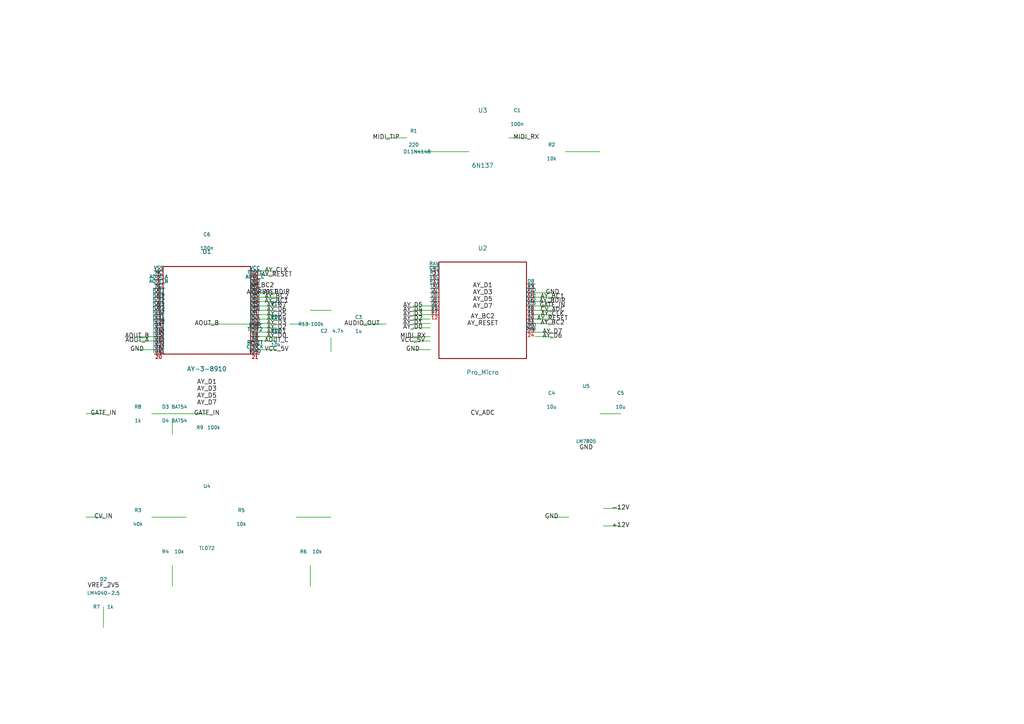
<source format=kicad_sch>
(kicad_sch (version 20211014) (generator "codex")
  (paper "A4")
  (title_block (title "AY-3-8910 Eurorack Module"))
  (lib_symbols
    (symbol "AY-3-8910" (pin_names (offset 0))
      (property "Reference" "U" (at 0 15 0))
      (property "Value" "AY-3-8910" (at 0 -15 0))
      (symbol "AY-3-8910_0_1"
        (rectangle (start -12.7 12.7) (end 12.7 -12.7) (stroke (width 0.254)))
        (pin power_in line (at -15.24 11.43 0) (length 2.54) (name "VSS") (number "1"))
        (pin passive line (at -15.24 10.16 0) (length 2.54) (name "NC") (number "2"))
        (pin output line (at -15.24 8.89 0) (length 2.54) (name "AOUT_A") (number "3"))
        (pin output line (at -15.24 7.62 0) (length 2.54) (name "AOUT_B") (number "4"))
        (pin passive line (at -15.24 6.35 0) (length 2.54) (name "NC") (number "5"))
        (pin bidirectional line (at -15.24 5.08 0) (length 2.54) (name "IOB7") (number "6"))
        (pin bidirectional line (at -15.24 3.81 0) (length 2.54) (name "IOB6") (number "7"))
        (pin bidirectional line (at -15.24 2.54 0) (length 2.54) (name "IOB5") (number "8"))
        (pin bidirectional line (at -15.24 1.27 0) (length 2.54) (name "IOB4") (number "9"))
        (pin bidirectional line (at -15.24 0 0) (length 2.54) (name "IOB3") (number "10"))
        (pin bidirectional line (at -15.24 -1.27 0) (length 2.54) (name "IOB2") (number "11"))
        (pin bidirectional line (at -15.24 -2.54 0) (length 2.54) (name "IOB1") (number "12"))
        (pin bidirectional line (at -15.24 -3.81 0) (length 2.54) (name "IOB0") (number "13"))
        (pin bidirectional line (at -15.24 -5.08 0) (length 2.54) (name "IOA7") (number "14"))
        (pin bidirectional line (at -15.24 -6.35 0) (length 2.54) (name "IOA6") (number "15"))
        (pin bidirectional line (at -15.24 -7.62 0) (length 2.54) (name "IOA5") (number "16"))
        (pin bidirectional line (at -15.24 -8.89 0) (length 2.54) (name "IOA4") (number "17"))
        (pin bidirectional line (at -15.24 -10.16 0) (length 2.54) (name "IOA3") (number "18"))
        (pin bidirectional line (at -15.24 -11.43 0) (length 2.54) (name "IOA2") (number "19"))
        (pin bidirectional line (at -15.24 -12.7 0) (length 2.54) (name "IOA1") (number "20"))
        (pin bidirectional line (at 15.24 -12.7 180) (length 2.54) (name "IOA0") (number "21"))
        (pin input line (at 15.24 -11.43 180) (length 2.54) (name "CLOCK") (number "22"))
        (pin input line (at 15.24 -10.16 180) (length 2.54) (name "RESET") (number "23"))
        (pin input line (at 15.24 -8.89 180) (length 2.54) (name "A8") (number "24"))
        (pin input line (at 15.24 -7.62 180) (length 2.54) (name "A9") (number "25"))
        (pin passive line (at 15.24 -6.35 180) (length 2.54) (name "TEST2") (number "26"))
        (pin input line (at 15.24 -5.08 180) (length 2.54) (name "BDIR") (number "27"))
        (pin input line (at 15.24 -3.81 180) (length 2.54) (name "BC2") (number "28"))
        (pin input line (at 15.24 -2.54 180) (length 2.54) (name "BC1") (number "29"))
        (pin input line (at 15.24 -1.27 180) (length 2.54) (name "DA7") (number "30"))
        (pin input line (at 15.24 0 180) (length 2.54) (name "DA6") (number "31"))
        (pin input line (at 15.24 1.27 180) (length 2.54) (name "DA5") (number "32"))
        (pin input line (at 15.24 2.54 180) (length 2.54) (name "DA4") (number "33"))
        (pin input line (at 15.24 3.81 180) (length 2.54) (name "DA3") (number "34"))
        (pin input line (at 15.24 5.08 180) (length 2.54) (name "DA2") (number "35"))
        (pin input line (at 15.24 6.35 180) (length 2.54) (name "DA1") (number "36"))
        (pin input line (at 15.24 7.62 180) (length 2.54) (name "DA0") (number "37"))
        (pin output line (at 15.24 8.89 180) (length 2.54) (name "AOUT_C") (number "38"))
        (pin passive line (at 15.24 10.16 180) (length 2.54) (name "TEST1") (number "39"))
        (pin power_in line (at 15.24 11.43 180) (length 2.54) (name "VCC") (number "40"))
      )
    )
    (symbol "Pro_Micro" (pin_names (offset 0))
      (property "Reference" "U" (at 0 17 0))
      (property "Value" "Pro_Micro" (at 0 -17 0))
      (symbol "Pro_Micro_0_1"
        (rectangle (start -12.7 14) (end 12.7 -14) (stroke (width 0.254)))
        (pin power_in line (at -15.24 12.7 0) (length 2.54) (name "RAW") (number "1"))
        (pin power_in line (at -15.24 11.43 0) (length 2.54) (name "GND") (number "2"))
        (pin power_in line (at -15.24 10.16 0) (length 2.54) (name "RST") (number "3"))
        (pin power_in line (at -15.24 8.89 0) (length 2.54) (name "VCC") (number "4"))
        (pin bidirectional line (at -15.24 7.62 0) (length 2.54) (name "RX1") (number "5"))
        (pin bidirectional line (at -15.24 6.35 0) (length 2.54) (name "TX0") (number "6"))
        (pin bidirectional line (at -15.24 5.08 0) (length 2.54) (name "D2") (number "7"))
        (pin bidirectional line (at -15.24 3.81 0) (length 2.54) (name "D3") (number "8"))
        (pin bidirectional line (at -15.24 2.54 0) (length 2.54) (name "D4") (number "9"))
        (pin bidirectional line (at -15.24 1.27 0) (length 2.54) (name "D5") (number "10"))
        (pin bidirectional line (at -15.24 0 0) (length 2.54) (name "D6") (number "11"))
        (pin bidirectional line (at -15.24 -1.27 0) (length 2.54) (name "D7") (number "12"))
        (pin bidirectional line (at 15.24 7.62 180) (length 2.54) (name "D8") (number "13"))
        (pin bidirectional line (at 15.24 6.35 180) (length 2.54) (name "D9") (number "14"))
        (pin bidirectional line (at 15.24 5.08 180) (length 2.54) (name "D10") (number "15"))
        (pin bidirectional line (at 15.24 3.81 180) (length 2.54) (name "D14") (number "16"))
        (pin bidirectional line (at 15.24 2.54 180) (length 2.54) (name "D15") (number "17"))
        (pin bidirectional line (at 15.24 1.27 180) (length 2.54) (name "D16") (number "18"))
        (pin bidirectional line (at 15.24 0 180) (length 2.54) (name "A0") (number "19"))
        (pin bidirectional line (at 15.24 -1.27 180) (length 2.54) (name "A1") (number "20"))
        (pin bidirectional line (at 15.24 -2.54 180) (length 2.54) (name "A2") (number "21"))
        (pin bidirectional line (at 15.24 -3.81 180) (length 2.54) (name "A3") (number "22"))
        (pin power_in line (at 15.24 -5.08 180) (length 2.54) (name "GND") (number "23"))
        (pin power_in line (at 15.24 -6.35 180) (length 2.54) (name "RAW") (number "24"))
      )
    )
  )
  (symbol (lib_id "AY-3-8910") (at 60 90 0) (unit 1)
    (property "Reference" "U1" (at 60 73 0))
    (property "Value" "AY-3-8910" (at 60 107 0))
    (property "Footprint" "Package_DIP:DIP-40_W15.24mm" (effects hide))
  )
  (symbol (lib_id "Pro_Micro") (at 140 90 0) (unit 1)
    (property "Reference" "U2" (at 140 72 0))
    (property "Value" "Pro_Micro" (at 140 108 0))
    (property "Footprint" "Module:Arduino_Pro_Micro" (effects hide))
  )
  (symbol (lib_id "Interface_Optical:6N137") (at 140 40 0) (unit 1)
    (property "Reference" "U3" (at 140 32 0))
    (property "Value" "6N137" (at 140 48 0))
    (property "Footprint" "Package_DIP:DIP-8_W7.62mm" (effects hide))
  )
  (symbol (lib_id "Device:R") (at 120 40 0) (unit 1)
    (property "Reference" "R1" (at 120 38 0) (effects (font (size 1 1))))
    (property "Value" "220" (at 120 42 0) (effects (font (size 1 1))))
  )
  (symbol (lib_id "Device:D") (at 120 44 90) (unit 1)
    (property "Reference" "D1" (at 118 44 90) (effects (font (size 1 1))))
    (property "Value" "1N4148" (at 122 44 90) (effects (font (size 1 1))))
  )
  (symbol (lib_id "Connector_Generic:Conn_01x03") (at 100 40 0) (unit 1)
    (property "Reference" "J1" (at 100 34 0) (effects (font (size 1 1))))
    (property "Value" "MIDI_TRS" (at 100 46 0) (effects (font (size 1 1))))
    (property "Footprint" "Connector_Audio:Jack_3.5mm_TRS" (effects hide))
  )
  (symbol (lib_id "Device:R") (at 160 44 0) (unit 1)
    (property "Reference" "R2" (at 160 42 0) (effects (font (size 1 1))))
    (property "Value" "10k" (at 160 46 0) (effects (font (size 1 1))))
  )
  (symbol (lib_id "Device:C") (at 150 34 0) (unit 1)
    (property "Reference" "C1" (at 150 32 0) (effects (font (size 1 1))))
    (property "Value" "100n" (at 150 36 0) (effects (font (size 1 1))))
  )
  (symbol (lib_id "Amplifier_Operational:TL072") (at 60 150 0) (unit 1)
    (property "Reference" "U4" (at 60 141 0) (effects (font (size 1 1))))
    (property "Value" "TL072" (at 60 159 0) (effects (font (size 1 1))))
    (property "Footprint" "Package_DIP:DIP-8_W7.62mm" (effects hide))
  )
  (symbol (lib_id "Amplifier_Operational:TL072") (at 90 150 0) (unit 1)
    (property "Reference" "U4" (effects hide))
    (property "Value" "TL072" (effects hide))
  )
  (symbol (lib_id "Device:R") (at 40 150 0) (unit 1)
    (property "Reference" "R3" (at 40 148 0) (effects (font (size 1 1))))
    (property "Value" "40k" (at 40 152 0) (effects (font (size 1 1))))
  )
  (symbol (lib_id "Device:R") (at 50 160 90) (unit 1)
    (property "Reference" "R4" (at 48 160 90) (effects (font (size 1 1))))
    (property "Value" "10k" (at 52 160 90) (effects (font (size 1 1))))
  )
  (symbol (lib_id "Device:R") (at 70 150 0) (unit 1)
    (property "Reference" "R5" (at 70 148 0) (effects (font (size 1 1))))
    (property "Value" "10k" (at 70 152 0) (effects (font (size 1 1))))
  )
  (symbol (lib_id "Device:R") (at 90 160 90) (unit 1)
    (property "Reference" "R6" (at 88 160 90) (effects (font (size 1 1))))
    (property "Value" "10k" (at 92 160 90) (effects (font (size 1 1))))
  )
  (symbol (lib_id "Device:D_Zener") (at 30 170 0) (unit 1)
    (property "Reference" "D2" (at 30 168 0) (effects (font (size 1 1))))
    (property "Value" "LM4040-2.5" (at 30 172 0) (effects (font (size 1 1))))
  )
  (symbol (lib_id "Device:R") (at 30 176 90) (unit 1)
    (property "Reference" "R7" (at 28 176 90) (effects (font (size 1 1))))
    (property "Value" "1k" (at 32 176 90) (effects (font (size 1 1))))
  )
  (symbol (lib_id "Connector_Generic:Conn_01x02") (at 20 150 0) (unit 1)
    (property "Reference" "J2" (at 20 145 0) (effects (font (size 1 1))))
    (property "Value" "CV_IN" (at 20 155 0) (effects (font (size 1 1))))
  )
  (symbol (lib_id "Connector_Generic:Conn_01x02") (at 20 120 0) (unit 1)
    (property "Reference" "J3" (at 20 115 0) (effects (font (size 1 1))))
    (property "Value" "GATE_IN" (at 20 125 0) (effects (font (size 1 1))))
  )
  (symbol (lib_id "Device:R") (at 40 120 0) (unit 1)
    (property "Reference" "R8" (at 40 118 0) (effects (font (size 1 1))))
    (property "Value" "1k" (at 40 122 0) (effects (font (size 1 1))))
  )
  (symbol (lib_id "Device:D") (at 50 118 90) (unit 1)
    (property "Reference" "D3" (at 48 118 90) (effects (font (size 1 1))))
    (property "Value" "BAT54" (at 52 118 90) (effects (font (size 1 1))))
  )
  (symbol (lib_id "Device:D") (at 50 122 270) (unit 1)
    (property "Reference" "D4" (at 48 122 270) (effects (font (size 1 1))))
    (property "Value" "BAT54" (at 52 122 270) (effects (font (size 1 1))))
  )
  (symbol (lib_id "Device:R") (at 60 124 90) (unit 1)
    (property "Reference" "R9" (at 58 124 90) (effects (font (size 1 1))))
    (property "Value" "100k" (at 62 124 90) (effects (font (size 1 1))))
  )
  (symbol (lib_id "Device:R") (at 80 90 0) (unit 1)
    (property "Reference" "R10" (at 80 88 0) (effects (font (size 1 1))))
    (property "Value" "10k" (at 80 92 0) (effects (font (size 1 1))))
  )
  (symbol (lib_id "Device:R") (at 80 94 0) (unit 1)
    (property "Reference" "R11" (at 80 92 0) (effects (font (size 1 1))))
    (property "Value" "10k" (at 80 96 0) (effects (font (size 1 1))))
  )
  (symbol (lib_id "Device:R") (at 80 98 0) (unit 1)
    (property "Reference" "R12" (at 80 96 0) (effects (font (size 1 1))))
    (property "Value" "10k" (at 80 100 0) (effects (font (size 1 1))))
  )
  (symbol (lib_id "Device:R") (at 90 94 90) (unit 1)
    (property "Reference" "R13" (at 88 94 90) (effects (font (size 1 1))))
    (property "Value" "100k" (at 92 94 90) (effects (font (size 1 1))))
  )
  (symbol (lib_id "Device:C") (at 96 96 90) (unit 1)
    (property "Reference" "C2" (at 94 96 90) (effects (font (size 1 1))))
    (property "Value" "4.7n" (at 98 96 90) (effects (font (size 1 1))))
  )
  (symbol (lib_id "Device:C") (at 104 94 0) (unit 1)
    (property "Reference" "C3" (at 104 92 0) (effects (font (size 1 1))))
    (property "Value" "1u" (at 104 96 0) (effects (font (size 1 1))))
  )
  (symbol (lib_id "Connector_Generic:Conn_01x02") (at 115 94 0) (unit 1)
    (property "Reference" "J4" (at 115 88 0) (effects (font (size 1 1))))
    (property "Value" "AUDIO_OUT" (at 115 100 0) (effects (font (size 1 1))))
  )
  (symbol (lib_id "Connector_Generic:Conn_02x05_Odd_Even") (at 170 150 0) (unit 1)
    (property "Reference" "J5" (at 170 143 0) (effects (font (size 1 1))))
    (property "Value" "EURORACK_PWR" (at 170 157 0) (effects (font (size 1 1))))
    (property "Footprint" "Connector_IDC:IDC-Header_2x05_P2.54mm_Vertical" (effects hide))
  )
  (symbol (lib_id "Regulator_Linear:LM7805_TO220") (at 170 120 0) (unit 1)
    (property "Reference" "U5" (at 170 112 0) (effects (font (size 1 1))))
    (property "Value" "LM7805" (at 170 128 0) (effects (font (size 1 1))))
    (property "Footprint" "Package_TO_SOT_THT:TO-220-3_Vertical" (effects hide))
  )
  (symbol (lib_id "Device:C") (at 160 116 0) (unit 1)
    (property "Reference" "C4" (at 160 114 0) (effects (font (size 1 1))))
    (property "Value" "10u" (at 160 118 0) (effects (font (size 1 1))))
  )
  (symbol (lib_id "Device:C") (at 180 116 0) (unit 1)
    (property "Reference" "C5" (at 180 114 0) (effects (font (size 1 1))))
    (property "Value" "10u" (at 180 118 0) (effects (font (size 1 1))))
  )
  (symbol (lib_id "Device:C") (at 60 70 0) (unit 1)
    (property "Reference" "C6" (at 60 68 0) (effects (font (size 1 1))))
    (property "Value" "100n" (at 60 72 0) (effects (font (size 1 1))))
  )
  (wire (pts (xy 112 40) (xy 118 40)))
  (wire (pts (xy 120 44) (xy 136 44)))
  (wire (pts (xy 164 44) (xy 174 44)))
  (wire (pts (xy 44 150) (xy 54 150)))
  (wire (pts (xy 86 150) (xy 96 150)))
  (wire (pts (xy 50 164) (xy 50 170)))
  (wire (pts (xy 90 164) (xy 90 170)))
  (wire (pts (xy 30 176) (xy 30 182)))
  (wire (pts (xy 44 120) (xy 60 120)))
  (wire (pts (xy 50 122) (xy 50 126)))
  (wire (pts (xy 60 94) (xy 76 94)))
  (wire (pts (xy 84 94) (xy 90 94)))
  (wire (pts (xy 90 90) (xy 96 90)))
  (wire (pts (xy 96 98) (xy 96 102)))
  (wire (pts (xy 108 94) (xy 112 94)))
  (wire (pts (xy 174 120) (xy 180 120)))
  (label "MIDI_TIP" (at 112 40 0))
  (label "GATE_IN" (at 60 120 0))
  (label "VREF_2V5" (at 30 170 0))
  (label "AOUT_B" (at 60 94 0))
  (label "AY_D1" (at 60 111 0))
  (label "AY_D3" (at 60 113 0))
  (label "AY_D5" (at 60 115 0))
  (label "AY_D7" (at 60 117 0))
  (label "AY_BC2" (at 76 83 0))
  (label "AY_RESET" (at 76 85 0))
  (label "AY_D1" (at 140 83 0))
  (label "AY_D3" (at 140 85 0))
  (label "AY_D5" (at 140 87 0))
  (label "AY_D7" (at 140 89 0))
  (label "AY_BC2" (at 140 92 0))
  (label "AY_RESET" (at 140 94 0))
  (label "CV_ADC" (at 140 120 0))
  (label "GND" (at 170 130 0))
  (wire (pts (xy 44.76 98.89) (xy 39.76 98.89)))
  (label "AOUT_A" (at 39.76 98.89 0))
  (wire (pts (xy 44.76 97.62) (xy 39.76 97.62)))
  (label "AOUT_B" (at 39.76 97.62 0))
  (wire (pts (xy 75.24 98.89) (xy 80.24 98.89)))
  (label "AOUT_C" (at 80.24 98.89 0))
  (wire (pts (xy 75.24 88.73) (xy 80.24 88.73)))
  (label "AY_D7" (at 80.24 88.73 0))
  (wire (pts (xy 75.24 90) (xy 80.24 90)))
  (label "AY_D6" (at 80.24 90 0))
  (wire (pts (xy 75.24 91.27) (xy 80.24 91.27)))
  (label "AY_D5" (at 80.24 91.27 0))
  (wire (pts (xy 75.24 92.54) (xy 80.24 92.54)))
  (label "AY_D4" (at 80.24 92.54 0))
  (wire (pts (xy 75.24 93.81) (xy 80.24 93.81)))
  (label "AY_D3" (at 80.24 93.81 0))
  (wire (pts (xy 75.24 95.08) (xy 80.24 95.08)))
  (label "AY_D2" (at 80.24 95.08 0))
  (wire (pts (xy 75.24 96.35) (xy 80.24 96.35)))
  (label "AY_D1" (at 80.24 96.35 0))
  (wire (pts (xy 75.24 97.62) (xy 80.24 97.62)))
  (label "AY_D0" (at 80.24 97.62 0))
  (wire (pts (xy 75.24 84.92) (xy 80.24 84.92)))
  (label "AY_BDIR" (at 80.24 84.92 0))
  (wire (pts (xy 75.24 86.19) (xy 80.24 86.19)))
  (label "AY_BC2" (at 80.24 86.19 0))
  (wire (pts (xy 75.24 87.46) (xy 80.24 87.46)))
  (label "AY_BC1" (at 80.24 87.46 0))
  (wire (pts (xy 75.24 79.84) (xy 80.24 79.84)))
  (label "AY_RESET" (at 80.24 79.84 0))
  (wire (pts (xy 75.24 78.57) (xy 80.24 78.57)))
  (label "AY_CLK" (at 80.24 78.57 0))
  (wire (pts (xy 44.76 101.43) (xy 39.76 101.43)))
  (label "GND" (at 39.76 101.43 0))
  (wire (pts (xy 75.24 101.43) (xy 80.24 101.43)))
  (label "VCC_5V" (at 80.24 101.43 0))
  (wire (pts (xy 124.76 95.08) (xy 119.76 95.08)))
  (label "AY_D0" (at 119.76 95.08 0))
  (wire (pts (xy 124.76 93.81) (xy 119.76 93.81)))
  (label "AY_D1" (at 119.76 93.81 0))
  (wire (pts (xy 124.76 92.54) (xy 119.76 92.54)))
  (label "AY_D2" (at 119.76 92.54 0))
  (wire (pts (xy 124.76 91.27) (xy 119.76 91.27)))
  (label "AY_D3" (at 119.76 91.27 0))
  (wire (pts (xy 124.76 90) (xy 119.76 90)))
  (label "AY_D4" (at 119.76 90 0))
  (wire (pts (xy 124.76 88.73) (xy 119.76 88.73)))
  (label "AY_D5" (at 119.76 88.73 0))
  (wire (pts (xy 155.24 97.62) (xy 160.24 97.62)))
  (label "AY_D6" (at 160.24 97.62 0))
  (wire (pts (xy 155.24 96.35) (xy 160.24 96.35)))
  (label "AY_D7" (at 160.24 96.35 0))
  (wire (pts (xy 155.24 93.81) (xy 160.24 93.81)))
  (label "AY_BC2" (at 160.24 93.81 0))
  (wire (pts (xy 155.24 92.54) (xy 160.24 92.54)))
  (label "AY_RESET" (at 160.24 92.54 0))
  (wire (pts (xy 155.24 91.27) (xy 160.24 91.27)))
  (label "AY_CLK" (at 160.24 91.27 0))
  (wire (pts (xy 155.24 87.46) (xy 160.24 87.46)))
  (label "AY_BDIR" (at 160.24 87.46 0))
  (wire (pts (xy 155.24 86.19) (xy 160.24 86.19)))
  (label "AY_BC1" (at 160.24 86.19 0))
  (wire (pts (xy 124.76 97.62) (xy 119.76 97.62)))
  (label "MIDI_RX" (at 119.76 97.62 0))
  (wire (pts (xy 155.24 90) (xy 160.24 90)))
  (label "CV_ADC" (at 160.24 90 0))
  (wire (pts (xy 155.24 88.73) (xy 160.24 88.73)))
  (label "GATE_IN" (at 160.24 88.73 0))
  (wire (pts (xy 124.76 98.89) (xy 119.76 98.89)))
  (label "VCC_5V" (at 119.76 98.89 0))
  (wire (pts (xy 124.76 101.43) (xy 119.76 101.43)))
  (label "GND" (at 119.76 101.43 0))
  (wire (pts (xy 155.24 84.92) (xy 160.24 84.92)))
  (label "GND" (at 160.24 84.92 0))
  (wire (pts (xy 147.62 40) (xy 152.62 40)))
  (label "MIDI_RX" (at 152.62 40 0))
  (wire (pts (xy 25 150) (xy 30 150)))
  (label "CV_IN" (at 30 150 0))
  (wire (pts (xy 25 120) (xy 30 120)))
  (label "GATE_IN" (at 30 120 0))
  (wire (pts (xy 110 94) (xy 105 94)))
  (label "AUDIO_OUT" (at 105 94 0))
  (wire (pts (xy 175 152.54) (xy 180 152.54)))
  (label "+12V" (at 180 152.54 0))
  (wire (pts (xy 175 147.46) (xy 180 147.46)))
  (label "-12V" (at 180 147.46 0))
  (wire (pts (xy 165 150) (xy 160 150)))
  (label "GND" (at 160 150 0))
)
</source>
